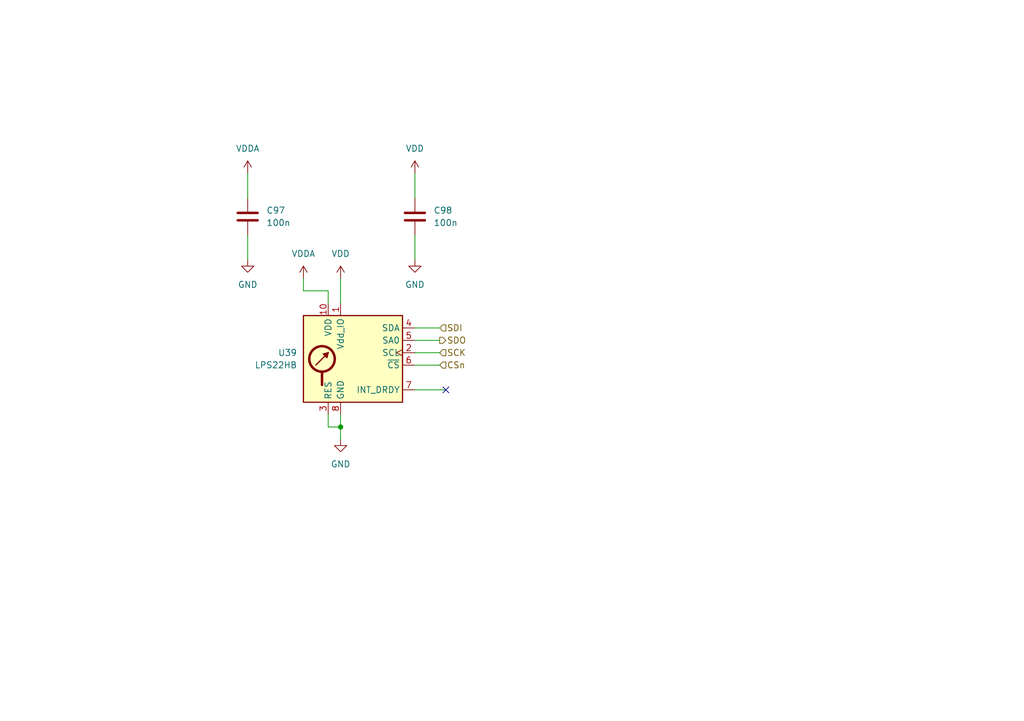
<source format=kicad_sch>
(kicad_sch (version 20231120) (generator "eeschema") (generator_version "8.0")
  (paper "A5")
  (lib_symbols
    (symbol "Device:C" (pin_numbers hide) (pin_names (offset 0.254))
      (property "Reference" "C" (at 0.635 2.54 0))
      (property "Value" "C" (at 0.635 -2.54 0))
      (symbol "C_0_1"
        (polyline (pts (xy -2.032 -0.762) (xy 2.032 -0.762)) (stroke (width 0.508)))
        (polyline (pts (xy -2.032 0.762) (xy 2.032 0.762)) (stroke (width 0.508)))
      )
      (symbol "C_1_1"
        (pin passive line (at 0 3.81 270) (length 2.794) (name "~") (number "1"))
        (pin passive line (at 0 -3.81 90) (length 2.794) (name "~") (number "2"))
      )
    )
    (symbol "Sensor_Pressure:LPS22HB"
      (property "Reference" "U" (at -11.43 1.27 0))
      (property "Value" "LPS22HB" (at -11.43 -1.27 0))
      (symbol "LPS22HB_0_1"
        (rectangle (start -10.16 10.16) (end 10.16 -7.62) (stroke (width 0.254)) (fill (type background)))
        (circle (center -6.35 1.27) (radius 2.6162) (stroke (width 0.508)))
        (polyline (pts (xy -7.62 0) (xy -5.08 2.54)) (stroke (width 0.254)))
        (polyline (pts (xy -6.35 -1.524) (xy -6.35 -4.064)) (stroke (width 0.508)))
        (polyline (pts (xy -5.08 2.54) (xy -5.334 1.524) (xy -6.096 2.286) (xy -5.08 2.54)) (stroke (width 0.254)) (fill (type outline)))
      )
      (symbol "LPS22HB_1_1"
        (pin power_in line (at -2.54 12.7 270) (length 2.54) (name "Vdd_IO") (number "1"))
        (pin power_in line (at -5.08 12.7 270) (length 2.54) (name "VDD") (number "10"))
        (pin input clock (at 12.7 2.54 180) (length 2.54) (name "SCL") (number "2"))
        (pin passive line (at -5.08 -10.16 90) (length 2.54) (name "RES") (number "3"))
        (pin bidirectional line (at 12.7 7.62 180) (length 2.54) (name "SDA") (number "4"))
        (pin input line (at 12.7 5.08 180) (length 2.54) (name "SA0") (number "5"))
        (pin input line (at 12.7 0 180) (length 2.54) (name "~{CS}") (number "6"))
        (pin output line (at 12.7 -5.08 180) (length 2.54) (name "INT_DRDY") (number "7"))
        (pin power_in line (at -2.54 -10.16 90) (length 2.54) (name "GND") (number "8"))
        (pin passive line (at -2.54 -10.16 90) (length 2.54) hide (name "GND") (number "9"))
      )
    )
    (symbol "power:GND" (power) (pin_names (offset 0))
      (property "Value" "GND" (at 0 -3.81 0))
      (symbol "GND_0_1"
        (polyline (pts (xy 0 0) (xy 0 -1.27) (xy 1.27 -1.27) (xy 0 -2.54) (xy -1.27 -1.27) (xy 0 -1.27)))
      )
      (symbol "GND_1_1"
        (pin power_in line (at 0 0 270) (length 0) hide (name "GND") (number "1"))
      )
    )
    (symbol "power:VDD" (power) (pin_names (offset 0))
      (property "Value" "VDD" (at 0 3.81 0))
      (symbol "VDD_0_1"
        (polyline (pts (xy -0.762 1.27) (xy 0 2.54)))
        (polyline (pts (xy 0 0) (xy 0 2.54)))
        (polyline (pts (xy 0 2.54) (xy 0.762 1.27)))
      )
      (symbol "VDD_1_1"
        (pin power_in line (at 0 0 90) (length 0) hide (name "VDD") (number "1"))
      )
    )
    (symbol "power:VDDA" (power) (pin_names (offset 0))
      (property "Value" "VDDA" (at 0 3.81 0))
      (symbol "VDDA_0_1"
        (polyline (pts (xy -0.762 1.27) (xy 0 2.54)))
        (polyline (pts (xy 0 0) (xy 0 2.54)))
        (polyline (pts (xy 0 2.54) (xy 0.762 1.27)))
      )
      (symbol "VDDA_1_1"
        (pin power_in line (at 0 0 90) (length 0) hide (name "VDDA") (number "1"))
      )
    )
  )
  (junction (at 69.85 87.63))
  (no_connect (at 91.44 80.01))
  (wire (pts (xy 67.31 59.69) (xy 67.31 62.23)))
  (wire (pts (xy 50.8 35.56) (xy 50.8 40.64)))
  (wire (pts (xy 85.09 69.85) (xy 90.17 69.85)))
  (wire (pts (xy 85.09 72.39) (xy 90.17 72.39)))
  (wire (pts (xy 69.85 87.63) (xy 67.31 87.63)))
  (wire (pts (xy 85.09 67.31) (xy 90.17 67.31)))
  (wire (pts (xy 85.09 80.01) (xy 91.44 80.01)))
  (wire (pts (xy 85.09 48.26) (xy 85.09 53.34)))
  (wire (pts (xy 69.85 87.63) (xy 69.85 90.17)))
  (wire (pts (xy 69.85 57.15) (xy 69.85 62.23)))
  (wire (pts (xy 50.8 48.26) (xy 50.8 53.34)))
  (wire (pts (xy 67.31 87.63) (xy 67.31 85.09)))
  (wire (pts (xy 85.09 35.56) (xy 85.09 40.64)))
  (wire (pts (xy 62.23 59.69) (xy 67.31 59.69)))
  (wire (pts (xy 85.09 74.93) (xy 90.17 74.93)))
  (wire (pts (xy 69.85 85.09) (xy 69.85 87.63)))
  (wire (pts (xy 62.23 57.15) (xy 62.23 59.69)))
  (hierarchical_label "CSn" (shape input) (at 90.17 74.93 0))
  (hierarchical_label "SDO" (shape output) (at 90.17 69.85 0))
  (hierarchical_label "SCK" (shape input) (at 90.17 72.39 0))
  (hierarchical_label "SDI" (shape input) (at 90.17 67.31 0))
  (symbol (lib_id "Sensor_Pressure:LPS22HB") (at 72.39 74.93 0) (unit 1)
    (property "Reference" "U39" (at 60.96 72.39 0) (effects (justify right)))
    (property "Value" "LPS22HB" (at 60.96 74.93 0) (effects (justify right)))
    (property "Footprint" "Package_LGA:ST_HLGA-10_2x2mm_P0.5mm_LayoutBorder3x2y" (effects (hide yes)))
    (property "Datasheet" "https://www.st.com/resource/en/datasheet/lps22hb.pdf" (effects (hide yes)))
    (property "LCSC" "C94049" (effects (hide yes)))
    (instances (project "LatticeBoard" (path "" (reference "U39") (unit 1)) (path "" (reference "U31") (unit 1)) (path "" (reference "U32") (unit 1)) (path "" (reference "U30") (unit 1)) (path "" (reference "U26") (unit 1)) (path "" (reference "U27") (unit 1)) (path "" (reference "U28") (unit 1)) (path "" (reference "U25") (unit 1)) (path "" (reference "U37") (unit 1)) (path "" (reference "U36") (unit 1)) (path "" (reference "U35") (unit 1)) (path "" (reference "U38") (unit 1)) (path "" (reference "U34") (unit 1)) (path "" (reference "U44") (unit 1)) (path "" (reference "U48") (unit 1)) (path "" (reference "U49") (unit 1)) (path "" (reference "U46") (unit 1)) (path "" (reference "U47") (unit 1)) (path "" (reference "U45") (unit 1)) (path "" (reference "U41") (unit 1)) (path "" (reference "U42") (unit 1)) (path "" (reference "U43") (unit 1)) (path "" (reference "U40") (unit 1)) (path "" (reference "U16") (unit 1)) (path "" (reference "U6") (unit 1)) (path "" (reference "U7") (unit 1)) (path "" (reference "U8") (unit 1)) (path "" (reference "U9") (unit 1)) (path "" (reference "U10") (unit 1)) (path "" (reference "U11") (unit 1)) (path "" (reference "U14") (unit 1)) (path "" (reference "U13") (unit 1)) (path "" (reference "U12") (unit 1)) (path "" (reference "U15") (unit 1)) (path "" (reference "U5") (unit 1)) (path "" (reference "U17") (unit 1)) (path "" (reference "U18") (unit 1)) (path "" (reference "U19") (unit 1)) (path "" (reference "U22") (unit 1)) (path "" (reference "U21") (unit 1)) (path "" (reference "U20") (unit 1)) (path "" (reference "U23") (unit 1)) (path "" (reference "U24") (unit 1)) (path "" (reference "U29") (unit 1)) (path "" (reference "U33") (unit 1))))
  )
  (symbol (lib_id "Device:C") (at 85.09 44.45 0) (unit 1)
    (property "Reference" "C98" (at 88.9 43.18 0) (effects (justify left)))
    (property "Value" "100n" (at 88.9 45.72 0) (effects (justify left)))
    (property "Footprint" "Capacitor_SMD:C_0402_1005Metric" (effects (hide yes)))
    (instances (project "LatticeBoard" (path "" (reference "C98") (unit 1)) (path "" (reference "C82") (unit 1)) (path "" (reference "C84") (unit 1)) (path "" (reference "C80") (unit 1)) (path "" (reference "C72") (unit 1)) (path "" (reference "C74") (unit 1)) (path "" (reference "C76") (unit 1)) (path "" (reference "C70") (unit 1)) (path "" (reference "C94") (unit 1)) (path "" (reference "C92") (unit 1)) (path "" (reference "C90") (unit 1)) (path "" (reference "C96") (unit 1)) (path "" (reference "C88") (unit 1)) (path "" (reference "C108") (unit 1)) (path "" (reference "C116") (unit 1)) (path "" (reference "C118") (unit 1)) (path "" (reference "C112") (unit 1)) (path "" (reference "C114") (unit 1)) (path "" (reference "C110") (unit 1)) (path "" (reference "C102") (unit 1)) (path "" (reference "C104") (unit 1)) (path "" (reference "C106") (unit 1)) (path "" (reference "C100") (unit 1)) (path "" (reference "C52") (unit 1)) (path "" (reference "C32") (unit 1)) (path "" (reference "C34") (unit 1)) (path "" (reference "C36") (unit 1)) (path "" (reference "C38") (unit 1)) (path "" (reference "C40") (unit 1)) (path "" (reference "C42") (unit 1)) (path "" (reference "C48") (unit 1)) (path "" (reference "C46") (unit 1)) (path "" (reference "C44") (unit 1)) (path "" (reference "C50") (unit 1)) (path "" (reference "C30") (unit 1)) (path "" (reference "C54") (unit 1)) (path "" (reference "C56") (unit 1)) (path "" (reference "C58") (unit 1)) (path "" (reference "C64") (unit 1)) (path "" (reference "C62") (unit 1)) (path "" (reference "C60") (unit 1)) (path "" (reference "C66") (unit 1)) (path "" (reference "C68") (unit 1)) (path "" (reference "C78") (unit 1)) (path "" (reference "C86") (unit 1))))
  )
  (symbol (lib_id "power:VDDA") (at 62.23 57.15 0) (unit 1)
    (property "Reference" "#PWR0282" (effects (hide yes)))
    (property "Value" "VDDA" (at 62.23 52.07 0))
    (instances (project "LatticeBoard" (path "" (reference "#PWR0282") (unit 1)) (path "" (reference "#PWR0226") (unit 1)) (path "" (reference "#PWR0233") (unit 1)) (path "" (reference "#PWR0219") (unit 1)) (path "" (reference "#PWR0191") (unit 1)) (path "" (reference "#PWR0198") (unit 1)) (path "" (reference "#PWR0205") (unit 1)) (path "" (reference "#PWR0184") (unit 1)) (path "" (reference "#PWR0268") (unit 1)) (path "" (reference "#PWR0261") (unit 1)) (path "" (reference "#PWR0254") (unit 1)) (path "" (reference "#PWR0275") (unit 1)) (path "" (reference "#PWR0247") (unit 1)) (path "" (reference "#PWR0317") (unit 1)) (path "" (reference "#PWR0345") (unit 1)) (path "" (reference "#PWR0352") (unit 1)) (path "" (reference "#PWR0331") (unit 1)) (path "" (reference "#PWR0338") (unit 1)) (path "" (reference "#PWR0324") (unit 1)) (path "" (reference "#PWR0296") (unit 1)) (path "" (reference "#PWR0303") (unit 1)) (path "" (reference "#PWR0310") (unit 1)) (path "" (reference "#PWR0289") (unit 1)) (path "" (reference "#PWR0121") (unit 1)) (path "" (reference "#PWR051") (unit 1)) (path "" (reference "#PWR058") (unit 1)) (path "" (reference "#PWR065") (unit 1)) (path "" (reference "#PWR072") (unit 1)) (path "" (reference "#PWR079") (unit 1)) (path "" (reference "#PWR086") (unit 1)) (path "" (reference "#PWR0107") (unit 1)) (path "" (reference "#PWR0100") (unit 1)) (path "" (reference "#PWR093") (unit 1)) (path "" (reference "#PWR0114") (unit 1)) (path "" (reference "#PWR044") (unit 1)) (path "" (reference "#PWR0128") (unit 1)) (path "" (reference "#PWR0135") (unit 1)) (path "" (reference "#PWR0142") (unit 1)) (path "" (reference "#PWR0163") (unit 1)) (path "" (reference "#PWR0156") (unit 1)) (path "" (reference "#PWR0149") (unit 1)) (path "" (reference "#PWR0170") (unit 1)) (path "" (reference "#PWR0177") (unit 1)) (path "" (reference "#PWR0212") (unit 1)) (path "" (reference "#PWR0240") (unit 1))))
  )
  (symbol (lib_id "Device:C") (at 50.8 44.45 0) (unit 1)
    (property "Reference" "C97" (at 54.61 43.18 0) (effects (justify left)))
    (property "Value" "100n" (at 54.61 45.72 0) (effects (justify left)))
    (property "Footprint" "Capacitor_SMD:C_0402_1005Metric" (effects (hide yes)))
    (instances (project "LatticeBoard" (path "" (reference "C97") (unit 1)) (path "" (reference "C81") (unit 1)) (path "" (reference "C83") (unit 1)) (path "" (reference "C79") (unit 1)) (path "" (reference "C71") (unit 1)) (path "" (reference "C73") (unit 1)) (path "" (reference "C75") (unit 1)) (path "" (reference "C69") (unit 1)) (path "" (reference "C93") (unit 1)) (path "" (reference "C91") (unit 1)) (path "" (reference "C89") (unit 1)) (path "" (reference "C95") (unit 1)) (path "" (reference "C87") (unit 1)) (path "" (reference "C107") (unit 1)) (path "" (reference "C115") (unit 1)) (path "" (reference "C117") (unit 1)) (path "" (reference "C111") (unit 1)) (path "" (reference "C113") (unit 1)) (path "" (reference "C109") (unit 1)) (path "" (reference "C101") (unit 1)) (path "" (reference "C103") (unit 1)) (path "" (reference "C105") (unit 1)) (path "" (reference "C99") (unit 1)) (path "" (reference "C51") (unit 1)) (path "" (reference "C31") (unit 1)) (path "" (reference "C33") (unit 1)) (path "" (reference "C35") (unit 1)) (path "" (reference "C37") (unit 1)) (path "" (reference "C39") (unit 1)) (path "" (reference "C41") (unit 1)) (path "" (reference "C47") (unit 1)) (path "" (reference "C45") (unit 1)) (path "" (reference "C43") (unit 1)) (path "" (reference "C49") (unit 1)) (path "" (reference "C29") (unit 1)) (path "" (reference "C53") (unit 1)) (path "" (reference "C55") (unit 1)) (path "" (reference "C57") (unit 1)) (path "" (reference "C63") (unit 1)) (path "" (reference "C61") (unit 1)) (path "" (reference "C59") (unit 1)) (path "" (reference "C65") (unit 1)) (path "" (reference "C67") (unit 1)) (path "" (reference "C77") (unit 1)) (path "" (reference "C85") (unit 1))))
  )
  (symbol (lib_id "power:GND") (at 69.85 90.17 0) (unit 1)
    (property "Reference" "#PWR0284" (effects (hide yes)))
    (property "Value" "GND" (at 69.85 95.25 0))
    (instances (project "LatticeBoard" (path "" (reference "#PWR0284") (unit 1)) (path "" (reference "#PWR0228") (unit 1)) (path "" (reference "#PWR0235") (unit 1)) (path "" (reference "#PWR0221") (unit 1)) (path "" (reference "#PWR0193") (unit 1)) (path "" (reference "#PWR0200") (unit 1)) (path "" (reference "#PWR0207") (unit 1)) (path "" (reference "#PWR0186") (unit 1)) (path "" (reference "#PWR0270") (unit 1)) (path "" (reference "#PWR0263") (unit 1)) (path "" (reference "#PWR0256") (unit 1)) (path "" (reference "#PWR0277") (unit 1)) (path "" (reference "#PWR0249") (unit 1)) (path "" (reference "#PWR0319") (unit 1)) (path "" (reference "#PWR0347") (unit 1)) (path "" (reference "#PWR0354") (unit 1)) (path "" (reference "#PWR0333") (unit 1)) (path "" (reference "#PWR0340") (unit 1)) (path "" (reference "#PWR0326") (unit 1)) (path "" (reference "#PWR0298") (unit 1)) (path "" (reference "#PWR0305") (unit 1)) (path "" (reference "#PWR0312") (unit 1)) (path "" (reference "#PWR0291") (unit 1)) (path "" (reference "#PWR0123") (unit 1)) (path "" (reference "#PWR053") (unit 1)) (path "" (reference "#PWR060") (unit 1)) (path "" (reference "#PWR067") (unit 1)) (path "" (reference "#PWR074") (unit 1)) (path "" (reference "#PWR081") (unit 1)) (path "" (reference "#PWR088") (unit 1)) (path "" (reference "#PWR0109") (unit 1)) (path "" (reference "#PWR0102") (unit 1)) (path "" (reference "#PWR095") (unit 1)) (path "" (reference "#PWR0116") (unit 1)) (path "" (reference "#PWR046") (unit 1)) (path "" (reference "#PWR0130") (unit 1)) (path "" (reference "#PWR0137") (unit 1)) (path "" (reference "#PWR0144") (unit 1)) (path "" (reference "#PWR0165") (unit 1)) (path "" (reference "#PWR0158") (unit 1)) (path "" (reference "#PWR0151") (unit 1)) (path "" (reference "#PWR0172") (unit 1)) (path "" (reference "#PWR0179") (unit 1)) (path "" (reference "#PWR0214") (unit 1)) (path "" (reference "#PWR0242") (unit 1))))
  )
  (symbol (lib_id "power:GND") (at 50.8 53.34 0) (unit 1)
    (property "Reference" "#PWR0281" (effects (hide yes)))
    (property "Value" "GND" (at 50.8 58.42 0))
    (instances (project "LatticeBoard" (path "" (reference "#PWR0281") (unit 1)) (path "" (reference "#PWR0225") (unit 1)) (path "" (reference "#PWR0232") (unit 1)) (path "" (reference "#PWR0218") (unit 1)) (path "" (reference "#PWR0190") (unit 1)) (path "" (reference "#PWR0197") (unit 1)) (path "" (reference "#PWR0204") (unit 1)) (path "" (reference "#PWR0183") (unit 1)) (path "" (reference "#PWR0267") (unit 1)) (path "" (reference "#PWR0260") (unit 1)) (path "" (reference "#PWR0253") (unit 1)) (path "" (reference "#PWR0274") (unit 1)) (path "" (reference "#PWR0246") (unit 1)) (path "" (reference "#PWR0316") (unit 1)) (path "" (reference "#PWR0344") (unit 1)) (path "" (reference "#PWR0351") (unit 1)) (path "" (reference "#PWR0330") (unit 1)) (path "" (reference "#PWR0337") (unit 1)) (path "" (reference "#PWR0323") (unit 1)) (path "" (reference "#PWR0295") (unit 1)) (path "" (reference "#PWR0302") (unit 1)) (path "" (reference "#PWR0309") (unit 1)) (path "" (reference "#PWR0288") (unit 1)) (path "" (reference "#PWR0120") (unit 1)) (path "" (reference "#PWR050") (unit 1)) (path "" (reference "#PWR057") (unit 1)) (path "" (reference "#PWR064") (unit 1)) (path "" (reference "#PWR071") (unit 1)) (path "" (reference "#PWR078") (unit 1)) (path "" (reference "#PWR085") (unit 1)) (path "" (reference "#PWR0106") (unit 1)) (path "" (reference "#PWR099") (unit 1)) (path "" (reference "#PWR092") (unit 1)) (path "" (reference "#PWR0113") (unit 1)) (path "" (reference "#PWR043") (unit 1)) (path "" (reference "#PWR0127") (unit 1)) (path "" (reference "#PWR0134") (unit 1)) (path "" (reference "#PWR0141") (unit 1)) (path "" (reference "#PWR0162") (unit 1)) (path "" (reference "#PWR0155") (unit 1)) (path "" (reference "#PWR0148") (unit 1)) (path "" (reference "#PWR0169") (unit 1)) (path "" (reference "#PWR0176") (unit 1)) (path "" (reference "#PWR0211") (unit 1)) (path "" (reference "#PWR0239") (unit 1))))
  )
  (symbol (lib_id "power:GND") (at 85.09 53.34 0) (unit 1)
    (property "Reference" "#PWR0286" (effects (hide yes)))
    (property "Value" "GND" (at 85.09 58.42 0))
    (instances (project "LatticeBoard" (path "" (reference "#PWR0286") (unit 1)) (path "" (reference "#PWR0230") (unit 1)) (path "" (reference "#PWR0237") (unit 1)) (path "" (reference "#PWR0223") (unit 1)) (path "" (reference "#PWR0195") (unit 1)) (path "" (reference "#PWR0202") (unit 1)) (path "" (reference "#PWR0209") (unit 1)) (path "" (reference "#PWR0188") (unit 1)) (path "" (reference "#PWR0272") (unit 1)) (path "" (reference "#PWR0265") (unit 1)) (path "" (reference "#PWR0258") (unit 1)) (path "" (reference "#PWR0279") (unit 1)) (path "" (reference "#PWR0251") (unit 1)) (path "" (reference "#PWR0321") (unit 1)) (path "" (reference "#PWR0349") (unit 1)) (path "" (reference "#PWR0356") (unit 1)) (path "" (reference "#PWR0335") (unit 1)) (path "" (reference "#PWR0342") (unit 1)) (path "" (reference "#PWR0328") (unit 1)) (path "" (reference "#PWR0300") (unit 1)) (path "" (reference "#PWR0307") (unit 1)) (path "" (reference "#PWR0314") (unit 1)) (path "" (reference "#PWR0293") (unit 1)) (path "" (reference "#PWR0125") (unit 1)) (path "" (reference "#PWR055") (unit 1)) (path "" (reference "#PWR062") (unit 1)) (path "" (reference "#PWR069") (unit 1)) (path "" (reference "#PWR076") (unit 1)) (path "" (reference "#PWR083") (unit 1)) (path "" (reference "#PWR090") (unit 1)) (path "" (reference "#PWR0111") (unit 1)) (path "" (reference "#PWR0104") (unit 1)) (path "" (reference "#PWR097") (unit 1)) (path "" (reference "#PWR0118") (unit 1)) (path "" (reference "#PWR048") (unit 1)) (path "" (reference "#PWR0132") (unit 1)) (path "" (reference "#PWR0139") (unit 1)) (path "" (reference "#PWR0146") (unit 1)) (path "" (reference "#PWR0167") (unit 1)) (path "" (reference "#PWR0160") (unit 1)) (path "" (reference "#PWR0153") (unit 1)) (path "" (reference "#PWR0174") (unit 1)) (path "" (reference "#PWR0181") (unit 1)) (path "" (reference "#PWR0216") (unit 1)) (path "" (reference "#PWR0244") (unit 1))))
  )
  (symbol (lib_id "power:VDDA") (at 50.8 35.56 0) (unit 1)
    (property "Reference" "#PWR0280" (effects (hide yes)))
    (property "Value" "VDDA" (at 50.8 30.48 0))
    (instances (project "LatticeBoard" (path "" (reference "#PWR0280") (unit 1)) (path "" (reference "#PWR0224") (unit 1)) (path "" (reference "#PWR0231") (unit 1)) (path "" (reference "#PWR0217") (unit 1)) (path "" (reference "#PWR0189") (unit 1)) (path "" (reference "#PWR0196") (unit 1)) (path "" (reference "#PWR0203") (unit 1)) (path "" (reference "#PWR0182") (unit 1)) (path "" (reference "#PWR0266") (unit 1)) (path "" (reference "#PWR0259") (unit 1)) (path "" (reference "#PWR0252") (unit 1)) (path "" (reference "#PWR0273") (unit 1)) (path "" (reference "#PWR0245") (unit 1)) (path "" (reference "#PWR0315") (unit 1)) (path "" (reference "#PWR0343") (unit 1)) (path "" (reference "#PWR0350") (unit 1)) (path "" (reference "#PWR0329") (unit 1)) (path "" (reference "#PWR0336") (unit 1)) (path "" (reference "#PWR0322") (unit 1)) (path "" (reference "#PWR0294") (unit 1)) (path "" (reference "#PWR0301") (unit 1)) (path "" (reference "#PWR0308") (unit 1)) (path "" (reference "#PWR0287") (unit 1)) (path "" (reference "#PWR0119") (unit 1)) (path "" (reference "#PWR049") (unit 1)) (path "" (reference "#PWR056") (unit 1)) (path "" (reference "#PWR063") (unit 1)) (path "" (reference "#PWR070") (unit 1)) (path "" (reference "#PWR077") (unit 1)) (path "" (reference "#PWR084") (unit 1)) (path "" (reference "#PWR0105") (unit 1)) (path "" (reference "#PWR098") (unit 1)) (path "" (reference "#PWR091") (unit 1)) (path "" (reference "#PWR0112") (unit 1)) (path "" (reference "#PWR042") (unit 1)) (path "" (reference "#PWR0126") (unit 1)) (path "" (reference "#PWR0133") (unit 1)) (path "" (reference "#PWR0140") (unit 1)) (path "" (reference "#PWR0161") (unit 1)) (path "" (reference "#PWR0154") (unit 1)) (path "" (reference "#PWR0147") (unit 1)) (path "" (reference "#PWR0168") (unit 1)) (path "" (reference "#PWR0175") (unit 1)) (path "" (reference "#PWR0210") (unit 1)) (path "" (reference "#PWR0238") (unit 1))))
  )
  (symbol (lib_id "power:VDD") (at 69.85 57.15 0) (unit 1)
    (property "Reference" "#PWR0283" (effects (hide yes)))
    (property "Value" "VDD" (at 69.85 52.07 0))
    (instances (project "LatticeBoard" (path "" (reference "#PWR0283") (unit 1)) (path "" (reference "#PWR0227") (unit 1)) (path "" (reference "#PWR0234") (unit 1)) (path "" (reference "#PWR0220") (unit 1)) (path "" (reference "#PWR0192") (unit 1)) (path "" (reference "#PWR0199") (unit 1)) (path "" (reference "#PWR0206") (unit 1)) (path "" (reference "#PWR0185") (unit 1)) (path "" (reference "#PWR0269") (unit 1)) (path "" (reference "#PWR0262") (unit 1)) (path "" (reference "#PWR0255") (unit 1)) (path "" (reference "#PWR0276") (unit 1)) (path "" (reference "#PWR0248") (unit 1)) (path "" (reference "#PWR0318") (unit 1)) (path "" (reference "#PWR0346") (unit 1)) (path "" (reference "#PWR0353") (unit 1)) (path "" (reference "#PWR0332") (unit 1)) (path "" (reference "#PWR0339") (unit 1)) (path "" (reference "#PWR0325") (unit 1)) (path "" (reference "#PWR0297") (unit 1)) (path "" (reference "#PWR0304") (unit 1)) (path "" (reference "#PWR0311") (unit 1)) (path "" (reference "#PWR0290") (unit 1)) (path "" (reference "#PWR0122") (unit 1)) (path "" (reference "#PWR052") (unit 1)) (path "" (reference "#PWR059") (unit 1)) (path "" (reference "#PWR066") (unit 1)) (path "" (reference "#PWR073") (unit 1)) (path "" (reference "#PWR080") (unit 1)) (path "" (reference "#PWR087") (unit 1)) (path "" (reference "#PWR0108") (unit 1)) (path "" (reference "#PWR0101") (unit 1)) (path "" (reference "#PWR094") (unit 1)) (path "" (reference "#PWR0115") (unit 1)) (path "" (reference "#PWR045") (unit 1)) (path "" (reference "#PWR0129") (unit 1)) (path "" (reference "#PWR0136") (unit 1)) (path "" (reference "#PWR0143") (unit 1)) (path "" (reference "#PWR0164") (unit 1)) (path "" (reference "#PWR0157") (unit 1)) (path "" (reference "#PWR0150") (unit 1)) (path "" (reference "#PWR0171") (unit 1)) (path "" (reference "#PWR0178") (unit 1)) (path "" (reference "#PWR0213") (unit 1)) (path "" (reference "#PWR0241") (unit 1))))
  )
  (symbol (lib_id "power:VDD") (at 85.09 35.56 0) (unit 1)
    (property "Reference" "#PWR0285" (effects (hide yes)))
    (property "Value" "VDD" (at 85.09 30.48 0))
    (instances (project "LatticeBoard" (path "" (reference "#PWR0285") (unit 1)) (path "" (reference "#PWR0229") (unit 1)) (path "" (reference "#PWR0236") (unit 1)) (path "" (reference "#PWR0222") (unit 1)) (path "" (reference "#PWR0194") (unit 1)) (path "" (reference "#PWR0201") (unit 1)) (path "" (reference "#PWR0208") (unit 1)) (path "" (reference "#PWR0187") (unit 1)) (path "" (reference "#PWR0271") (unit 1)) (path "" (reference "#PWR0264") (unit 1)) (path "" (reference "#PWR0257") (unit 1)) (path "" (reference "#PWR0278") (unit 1)) (path "" (reference "#PWR0250") (unit 1)) (path "" (reference "#PWR0320") (unit 1)) (path "" (reference "#PWR0348") (unit 1)) (path "" (reference "#PWR0355") (unit 1)) (path "" (reference "#PWR0334") (unit 1)) (path "" (reference "#PWR0341") (unit 1)) (path "" (reference "#PWR0327") (unit 1)) (path "" (reference "#PWR0299") (unit 1)) (path "" (reference "#PWR0306") (unit 1)) (path "" (reference "#PWR0313") (unit 1)) (path "" (reference "#PWR0292") (unit 1)) (path "" (reference "#PWR0124") (unit 1)) (path "" (reference "#PWR054") (unit 1)) (path "" (reference "#PWR061") (unit 1)) (path "" (reference "#PWR068") (unit 1)) (path "" (reference "#PWR075") (unit 1)) (path "" (reference "#PWR082") (unit 1)) (path "" (reference "#PWR089") (unit 1)) (path "" (reference "#PWR0110") (unit 1)) (path "" (reference "#PWR0103") (unit 1)) (path "" (reference "#PWR096") (unit 1)) (path "" (reference "#PWR0117") (unit 1)) (path "" (reference "#PWR047") (unit 1)) (path "" (reference "#PWR0131") (unit 1)) (path "" (reference "#PWR0138") (unit 1)) (path "" (reference "#PWR0145") (unit 1)) (path "" (reference "#PWR0166") (unit 1)) (path "" (reference "#PWR0159") (unit 1)) (path "" (reference "#PWR0152") (unit 1)) (path "" (reference "#PWR0173") (unit 1)) (path "" (reference "#PWR0180") (unit 1)) (path "" (reference "#PWR0215") (unit 1)) (path "" (reference "#PWR0243") (unit 1))))
  )
)
</source>
